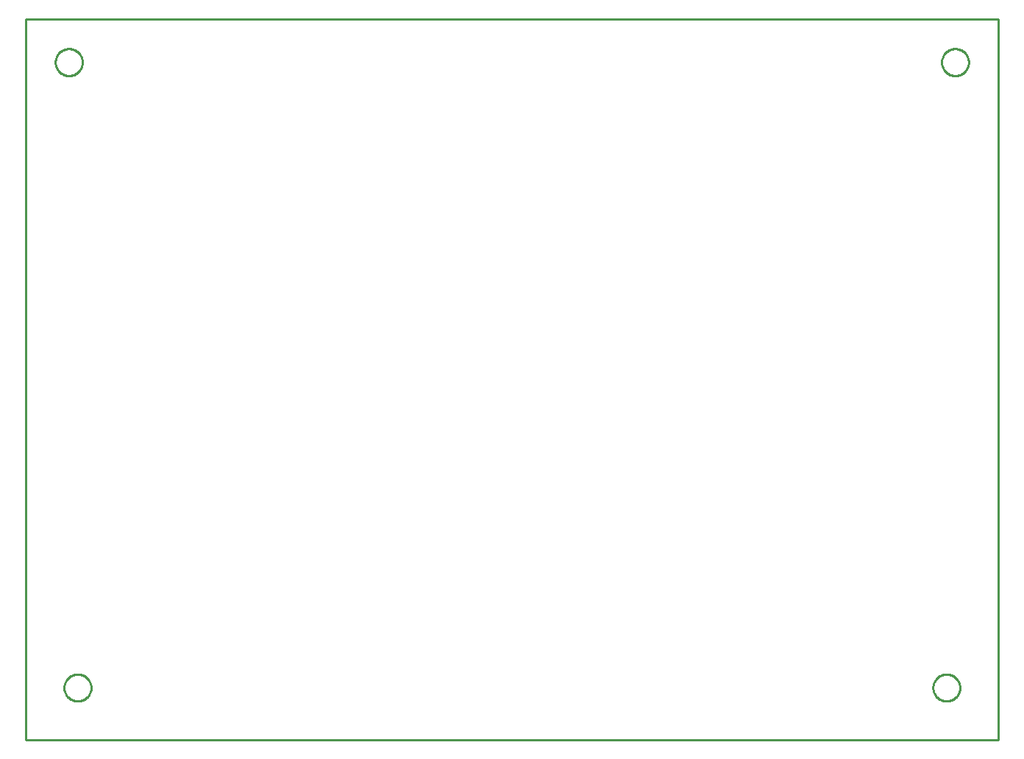
<source format=gko>
G04 EAGLE Gerber RS-274X export*
G75*
%MOMM*%
%FSLAX34Y34*%
%LPD*%
%IN*%
%IPPOS*%
%AMOC8*
5,1,8,0,0,1.08239X$1,22.5*%
G01*
%ADD10C,0.254000*%


D10*
X230000Y450000D02*
X1350000Y450000D01*
X1350000Y1280000D01*
X230000Y1280000D01*
X230000Y450000D01*
X305500Y509446D02*
X305421Y508342D01*
X305263Y507246D01*
X305028Y506164D01*
X304716Y505102D01*
X304329Y504065D01*
X303869Y503058D01*
X303339Y502086D01*
X302740Y501154D01*
X302077Y500268D01*
X301352Y499431D01*
X300569Y498648D01*
X299732Y497923D01*
X298846Y497260D01*
X297914Y496661D01*
X296943Y496131D01*
X295935Y495671D01*
X294898Y495284D01*
X293836Y494972D01*
X292754Y494737D01*
X291658Y494579D01*
X290554Y494500D01*
X289446Y494500D01*
X288342Y494579D01*
X287246Y494737D01*
X286164Y494972D01*
X285102Y495284D01*
X284065Y495671D01*
X283058Y496131D01*
X282086Y496661D01*
X281154Y497260D01*
X280268Y497923D01*
X279431Y498648D01*
X278648Y499431D01*
X277923Y500268D01*
X277260Y501154D01*
X276661Y502086D01*
X276131Y503058D01*
X275671Y504065D01*
X275284Y505102D01*
X274972Y506164D01*
X274737Y507246D01*
X274579Y508342D01*
X274500Y509446D01*
X274500Y510554D01*
X274579Y511658D01*
X274737Y512754D01*
X274972Y513836D01*
X275284Y514898D01*
X275671Y515935D01*
X276131Y516943D01*
X276661Y517914D01*
X277260Y518846D01*
X277923Y519732D01*
X278648Y520569D01*
X279431Y521352D01*
X280268Y522077D01*
X281154Y522740D01*
X282086Y523339D01*
X283058Y523869D01*
X284065Y524329D01*
X285102Y524716D01*
X286164Y525028D01*
X287246Y525263D01*
X288342Y525421D01*
X289446Y525500D01*
X290554Y525500D01*
X291658Y525421D01*
X292754Y525263D01*
X293836Y525028D01*
X294898Y524716D01*
X295935Y524329D01*
X296943Y523869D01*
X297914Y523339D01*
X298846Y522740D01*
X299732Y522077D01*
X300569Y521352D01*
X301352Y520569D01*
X302077Y519732D01*
X302740Y518846D01*
X303339Y517914D01*
X303869Y516943D01*
X304329Y515935D01*
X304716Y514898D01*
X305028Y513836D01*
X305263Y512754D01*
X305421Y511658D01*
X305500Y510554D01*
X305500Y509446D01*
X295500Y1229446D02*
X295421Y1228342D01*
X295263Y1227246D01*
X295028Y1226164D01*
X294716Y1225102D01*
X294329Y1224065D01*
X293869Y1223058D01*
X293339Y1222086D01*
X292740Y1221154D01*
X292077Y1220268D01*
X291352Y1219431D01*
X290569Y1218648D01*
X289732Y1217923D01*
X288846Y1217260D01*
X287914Y1216661D01*
X286943Y1216131D01*
X285935Y1215671D01*
X284898Y1215284D01*
X283836Y1214972D01*
X282754Y1214737D01*
X281658Y1214579D01*
X280554Y1214500D01*
X279446Y1214500D01*
X278342Y1214579D01*
X277246Y1214737D01*
X276164Y1214972D01*
X275102Y1215284D01*
X274065Y1215671D01*
X273058Y1216131D01*
X272086Y1216661D01*
X271154Y1217260D01*
X270268Y1217923D01*
X269431Y1218648D01*
X268648Y1219431D01*
X267923Y1220268D01*
X267260Y1221154D01*
X266661Y1222086D01*
X266131Y1223058D01*
X265671Y1224065D01*
X265284Y1225102D01*
X264972Y1226164D01*
X264737Y1227246D01*
X264579Y1228342D01*
X264500Y1229446D01*
X264500Y1230554D01*
X264579Y1231658D01*
X264737Y1232754D01*
X264972Y1233836D01*
X265284Y1234898D01*
X265671Y1235935D01*
X266131Y1236943D01*
X266661Y1237914D01*
X267260Y1238846D01*
X267923Y1239732D01*
X268648Y1240569D01*
X269431Y1241352D01*
X270268Y1242077D01*
X271154Y1242740D01*
X272086Y1243339D01*
X273058Y1243869D01*
X274065Y1244329D01*
X275102Y1244716D01*
X276164Y1245028D01*
X277246Y1245263D01*
X278342Y1245421D01*
X279446Y1245500D01*
X280554Y1245500D01*
X281658Y1245421D01*
X282754Y1245263D01*
X283836Y1245028D01*
X284898Y1244716D01*
X285935Y1244329D01*
X286943Y1243869D01*
X287914Y1243339D01*
X288846Y1242740D01*
X289732Y1242077D01*
X290569Y1241352D01*
X291352Y1240569D01*
X292077Y1239732D01*
X292740Y1238846D01*
X293339Y1237914D01*
X293869Y1236943D01*
X294329Y1235935D01*
X294716Y1234898D01*
X295028Y1233836D01*
X295263Y1232754D01*
X295421Y1231658D01*
X295500Y1230554D01*
X295500Y1229446D01*
X1315500Y1229446D02*
X1315421Y1228342D01*
X1315263Y1227246D01*
X1315028Y1226164D01*
X1314716Y1225102D01*
X1314329Y1224065D01*
X1313869Y1223058D01*
X1313339Y1222086D01*
X1312740Y1221154D01*
X1312077Y1220268D01*
X1311352Y1219431D01*
X1310569Y1218648D01*
X1309732Y1217923D01*
X1308846Y1217260D01*
X1307914Y1216661D01*
X1306943Y1216131D01*
X1305935Y1215671D01*
X1304898Y1215284D01*
X1303836Y1214972D01*
X1302754Y1214737D01*
X1301658Y1214579D01*
X1300554Y1214500D01*
X1299446Y1214500D01*
X1298342Y1214579D01*
X1297246Y1214737D01*
X1296164Y1214972D01*
X1295102Y1215284D01*
X1294065Y1215671D01*
X1293058Y1216131D01*
X1292086Y1216661D01*
X1291154Y1217260D01*
X1290268Y1217923D01*
X1289431Y1218648D01*
X1288648Y1219431D01*
X1287923Y1220268D01*
X1287260Y1221154D01*
X1286661Y1222086D01*
X1286131Y1223058D01*
X1285671Y1224065D01*
X1285284Y1225102D01*
X1284972Y1226164D01*
X1284737Y1227246D01*
X1284579Y1228342D01*
X1284500Y1229446D01*
X1284500Y1230554D01*
X1284579Y1231658D01*
X1284737Y1232754D01*
X1284972Y1233836D01*
X1285284Y1234898D01*
X1285671Y1235935D01*
X1286131Y1236943D01*
X1286661Y1237914D01*
X1287260Y1238846D01*
X1287923Y1239732D01*
X1288648Y1240569D01*
X1289431Y1241352D01*
X1290268Y1242077D01*
X1291154Y1242740D01*
X1292086Y1243339D01*
X1293058Y1243869D01*
X1294065Y1244329D01*
X1295102Y1244716D01*
X1296164Y1245028D01*
X1297246Y1245263D01*
X1298342Y1245421D01*
X1299446Y1245500D01*
X1300554Y1245500D01*
X1301658Y1245421D01*
X1302754Y1245263D01*
X1303836Y1245028D01*
X1304898Y1244716D01*
X1305935Y1244329D01*
X1306943Y1243869D01*
X1307914Y1243339D01*
X1308846Y1242740D01*
X1309732Y1242077D01*
X1310569Y1241352D01*
X1311352Y1240569D01*
X1312077Y1239732D01*
X1312740Y1238846D01*
X1313339Y1237914D01*
X1313869Y1236943D01*
X1314329Y1235935D01*
X1314716Y1234898D01*
X1315028Y1233836D01*
X1315263Y1232754D01*
X1315421Y1231658D01*
X1315500Y1230554D01*
X1315500Y1229446D01*
X1305500Y509446D02*
X1305421Y508342D01*
X1305263Y507246D01*
X1305028Y506164D01*
X1304716Y505102D01*
X1304329Y504065D01*
X1303869Y503058D01*
X1303339Y502086D01*
X1302740Y501154D01*
X1302077Y500268D01*
X1301352Y499431D01*
X1300569Y498648D01*
X1299732Y497923D01*
X1298846Y497260D01*
X1297914Y496661D01*
X1296943Y496131D01*
X1295935Y495671D01*
X1294898Y495284D01*
X1293836Y494972D01*
X1292754Y494737D01*
X1291658Y494579D01*
X1290554Y494500D01*
X1289446Y494500D01*
X1288342Y494579D01*
X1287246Y494737D01*
X1286164Y494972D01*
X1285102Y495284D01*
X1284065Y495671D01*
X1283058Y496131D01*
X1282086Y496661D01*
X1281154Y497260D01*
X1280268Y497923D01*
X1279431Y498648D01*
X1278648Y499431D01*
X1277923Y500268D01*
X1277260Y501154D01*
X1276661Y502086D01*
X1276131Y503058D01*
X1275671Y504065D01*
X1275284Y505102D01*
X1274972Y506164D01*
X1274737Y507246D01*
X1274579Y508342D01*
X1274500Y509446D01*
X1274500Y510554D01*
X1274579Y511658D01*
X1274737Y512754D01*
X1274972Y513836D01*
X1275284Y514898D01*
X1275671Y515935D01*
X1276131Y516943D01*
X1276661Y517914D01*
X1277260Y518846D01*
X1277923Y519732D01*
X1278648Y520569D01*
X1279431Y521352D01*
X1280268Y522077D01*
X1281154Y522740D01*
X1282086Y523339D01*
X1283058Y523869D01*
X1284065Y524329D01*
X1285102Y524716D01*
X1286164Y525028D01*
X1287246Y525263D01*
X1288342Y525421D01*
X1289446Y525500D01*
X1290554Y525500D01*
X1291658Y525421D01*
X1292754Y525263D01*
X1293836Y525028D01*
X1294898Y524716D01*
X1295935Y524329D01*
X1296943Y523869D01*
X1297914Y523339D01*
X1298846Y522740D01*
X1299732Y522077D01*
X1300569Y521352D01*
X1301352Y520569D01*
X1302077Y519732D01*
X1302740Y518846D01*
X1303339Y517914D01*
X1303869Y516943D01*
X1304329Y515935D01*
X1304716Y514898D01*
X1305028Y513836D01*
X1305263Y512754D01*
X1305421Y511658D01*
X1305500Y510554D01*
X1305500Y509446D01*
M02*

</source>
